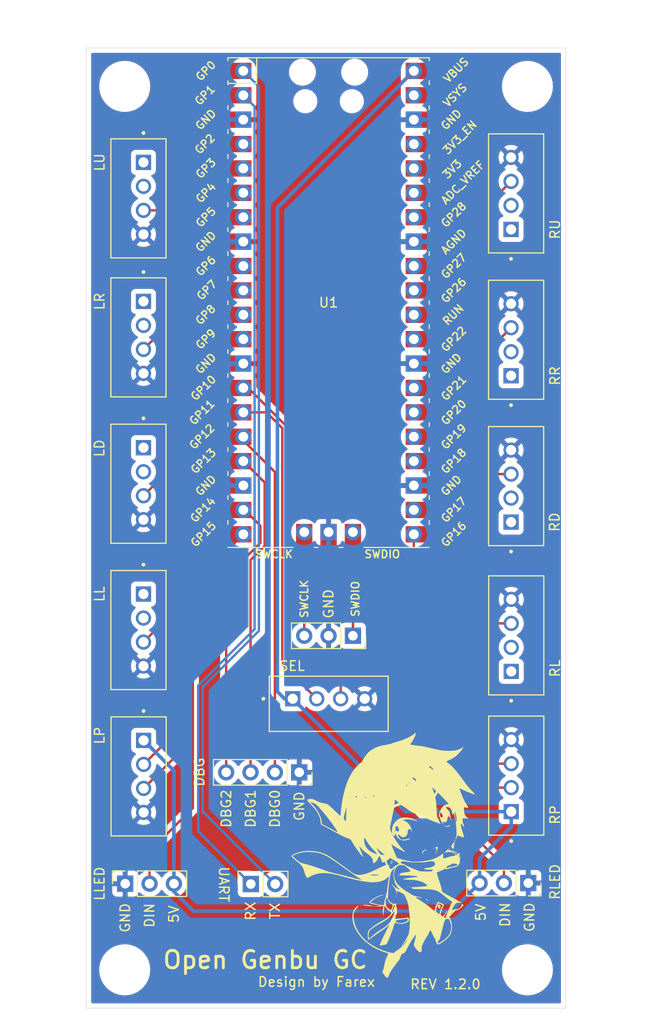
<source format=kicad_pcb>
(kicad_pcb (version 20211014) (generator pcbnew)
  (layers (0 "F.Cu" signal) (31 "B.Cu" signal) (34 "B.Paste" user) (35 "F.Paste" user) (36 "B.SilkS" user "B.Silkscreen") (37 "F.SilkS" user "F.Silkscreen") (38 "B.Mask" user) (39 "F.Mask" user) (44 "Edge.Cuts" user))
  (net 0 "")
  (net 1 "/BOOSTER_L_U")
  (net 2 "GND")
  (net 3 "/BOOSTER_L_R")
  (net 4 "/BOOSTER_L_D")
  (net 5 "/BOOSTER_L_L")
  (net 6 "+5V")
  (net 7 "/BOOSTER_L_LED")
  (net 8 "/BOOSTER_L_PRESS")
  (net 9 "/BOOSTER_R_U")
  (net 10 "/BOOSTER_R_R")
  (net 11 "/BOOSTER_R_D")
  (net 12 "/BOOSTER_R_L")
  (net 13 "/BOOSTER_R_LED")
  (net 14 "/BOOSTER_R_PRESS")
  (net 15 "/START_LED")
  (net 16 "/START")
  (net 17 "/SWDIO")
  (net 18 "/SWCLK")
  (net 19 "/BOOSTER_R_DIN")
  (net 27 "/BOOSTER_L_DIN")
  (net 28 "/DBG_2")
  (net 29 "/DBG_1")
  (net 30 "/DBG_0")
  (net 33 "/UART_RX")
  (net 34 "/UART_TX")
  (footprint "B4B-XH-A(LF)(SN):JST_B4B-XH-A(LF)(SN)" (layer "F.Cu") (at 155.956 41.91 -90)
    (fp_text reference "J1" hide)
    (fp_text value "B4B-XH-A_LF__SN_")
    (pad "1" thru_hole rect locked (at 0 0 270) (size 1.59 1.59) (drill 1.06) (layers *.Cu *.Mask))
    (pad "2" thru_hole circle locked (at 2.5 0 270) (size 1.59 1.59) (drill 1.06) (layers *.Cu *.Mask))
    (pad "3" thru_hole circle locked (at 5 0 270) (size 1.59 1.59) (drill 1.06) (layers *.Cu *.Mask) (net 1 "/BOOSTER_L_U"))
    (pad "4" thru_hole circle locked (at 7.5 0 270) (size 1.59 1.59) (drill 1.06) (layers *.Cu *.Mask) (net 2 "GND"))
  )
  (footprint "B4B-XH-A(LF)(SN):JST_B4B-XH-A(LF)(SN)" (layer "F.Cu") (at 155.956 56.388 -90)
    (fp_text reference "J2" hide)
    (fp_text value "B4B-XH-A_LF__SN_")
    (pad "1" thru_hole rect locked (at 0 0 270) (size 1.59 1.59) (drill 1.06) (layers *.Cu *.Mask))
    (pad "2" thru_hole circle locked (at 2.5 0 270) (size 1.59 1.59) (drill 1.06) (layers *.Cu *.Mask))
    (pad "3" thru_hole circle locked (at 5 0 270) (size 1.59 1.59) (drill 1.06) (layers *.Cu *.Mask) (net 3 "/BOOSTER_L_R"))
    (pad "4" thru_hole circle locked (at 7.5 0 270) (size 1.59 1.59) (drill 1.06) (layers *.Cu *.Mask) (net 2 "GND"))
  )
  (footprint "B4B-XH-A(LF)(SN):JST_B4B-XH-A(LF)(SN)" (layer "F.Cu") (at 155.956 71.628 -90)
    (fp_text reference "J3" hide)
    (fp_text value "B4B-XH-A_LF__SN_")
    (pad "1" thru_hole rect locked (at 0 0 270) (size 1.59 1.59) (drill 1.06) (layers *.Cu *.Mask))
    (pad "2" thru_hole circle locked (at 2.5 0 270) (size 1.59 1.59) (drill 1.06) (layers *.Cu *.Mask))
    (pad "3" thru_hole circle locked (at 5 0 270) (size 1.59 1.59) (drill 1.06) (layers *.Cu *.Mask) (net 4 "/BOOSTER_L_D"))
    (pad "4" thru_hole circle locked (at 7.5 0 270) (size 1.59 1.59) (drill 1.06) (layers *.Cu *.Mask) (net 2 "GND"))
  )
  (footprint "B4B-XH-A(LF)(SN):JST_B4B-XH-A(LF)(SN)" (layer "F.Cu") (at 155.956 86.868 -90)
    (fp_text reference "J4" hide)
    (fp_text value "B4B-XH-A_LF__SN_")
    (pad "1" thru_hole rect locked (at 0 0 270) (size 1.59 1.59) (drill 1.06) (layers *.Cu *.Mask))
    (pad "2" thru_hole circle locked (at 2.5 0 270) (size 1.59 1.59) (drill 1.06) (layers *.Cu *.Mask))
    (pad "3" thru_hole circle locked (at 5 0 270) (size 1.59 1.59) (drill 1.06) (layers *.Cu *.Mask) (net 5 "/BOOSTER_L_L"))
    (pad "4" thru_hole circle locked (at 7.5 0 270) (size 1.59 1.59) (drill 1.06) (layers *.Cu *.Mask) (net 2 "GND"))
  )
  (footprint "B4B-XH-A(LF)(SN):JST_B4B-XH-A(LF)(SN)" (layer "F.Cu") (at 155.973 102.108 -90)
    (fp_text reference "J5" hide)
    (fp_text value "B4B-XH-A_LF__SN_")
    (pad "1" thru_hole rect locked (at 0 0 270) (size 1.59 1.59) (drill 1.06) (layers *.Cu *.Mask) (net 6 "+5V"))
    (pad "2" thru_hole circle locked (at 2.5 0 270) (size 1.59 1.59) (drill 1.06) (layers *.Cu *.Mask) (net 7 "/BOOSTER_L_LED"))
    (pad "3" thru_hole circle locked (at 5 0 270) (size 1.59 1.59) (drill 1.06) (layers *.Cu *.Mask) (net 8 "/BOOSTER_L_PRESS"))
    (pad "4" thru_hole circle locked (at 7.5 0 270) (size 1.59 1.59) (drill 1.06) (layers *.Cu *.Mask) (net 2 "GND"))
  )
  (footprint "B4B-XH-A(LF)(SN):JST_B4B-XH-A(LF)(SN)" (layer "F.Cu") (at 194.293 48.895 90)
    (fp_text reference "J6" hide)
    (fp_text value "B4B-XH-A_LF__SN_")
    (pad "1" thru_hole rect locked (at 0 0 90) (size 1.59 1.59) (drill 1.06) (layers *.Cu *.Mask))
    (pad "2" thru_hole circle locked (at 2.5 0 90) (size 1.59 1.59) (drill 1.06) (layers *.Cu *.Mask))
    (pad "3" thru_hole circle locked (at 5 0 90) (size 1.59 1.59) (drill 1.06) (layers *.Cu *.Mask) (net 9 "/BOOSTER_R_U"))
    (pad "4" thru_hole circle locked (at 7.5 0 90) (size 1.59 1.59) (drill 1.06) (layers *.Cu *.Mask) (net 2 "GND"))
  )
  (footprint "B4B-XH-A(LF)(SN):JST_B4B-XH-A(LF)(SN)" (layer "F.Cu") (at 194.293 64.135 90)
    (fp_text reference "J7" hide)
    (fp_text value "B4B-XH-A_LF__SN_")
    (pad "1" thru_hole rect locked (at 0 0 90) (size 1.59 1.59) (drill 1.06) (layers *.Cu *.Mask))
    (pad "2" thru_hole circle locked (at 2.5 0 90) (size 1.59 1.59) (drill 1.06) (layers *.Cu *.Mask))
    (pad "3" thru_hole circle locked (at 5 0 90) (size 1.59 1.59) (drill 1.06) (layers *.Cu *.Mask) (net 10 "/BOOSTER_R_R"))
    (pad "4" thru_hole circle locked (at 7.5 0 90) (size 1.59 1.59) (drill 1.06) (layers *.Cu *.Mask) (net 2 "GND"))
  )
  (footprint "B4B-XH-A(LF)(SN):JST_B4B-XH-A(LF)(SN)" (layer "F.Cu") (at 194.293 79.375 90)
    (fp_text reference "J8" hide)
    (fp_text value "B4B-XH-A_LF__SN_")
    (pad "1" thru_hole rect locked (at 0 0 90) (size 1.59 1.59) (drill 1.06) (layers *.Cu *.Mask))
    (pad "2" thru_hole circle locked (at 2.5 0 90) (size 1.59 1.59) (drill 1.06) (layers *.Cu *.Mask))
    (pad "3" thru_hole circle locked (at 5 0 90) (size 1.59 1.59) (drill 1.06) (layers *.Cu *.Mask) (net 11 "/BOOSTER_R_D"))
    (pad "4" thru_hole circle locked (at 7.5 0 90) (size 1.59 1.59) (drill 1.06) (layers *.Cu *.Mask) (net 2 "GND"))
  )
  (footprint "B4B-XH-A(LF)(SN):JST_B4B-XH-A(LF)(SN)" (layer "F.Cu") (at 194.31 94.9225 90)
    (fp_text reference "J9" hide)
    (fp_text value "B4B-XH-A_LF__SN_")
    (pad "1" thru_hole rect locked (at 0 0 90) (size 1.59 1.59) (drill 1.06) (layers *.Cu *.Mask))
    (pad "2" thru_hole circle locked (at 2.5 0 90) (size 1.59 1.59) (drill 1.06) (layers *.Cu *.Mask))
    (pad "3" thru_hole circle locked (at 5 0 90) (size 1.59 1.59) (drill 1.06) (layers *.Cu *.Mask) (net 12 "/BOOSTER_R_L"))
    (pad "4" thru_hole circle locked (at 7.5 0 90) (size 1.59 1.59) (drill 1.06) (layers *.Cu *.Mask) (net 2 "GND"))
  )
  (footprint "B4B-XH-A(LF)(SN):JST_B4B-XH-A(LF)(SN)" (layer "F.Cu") (at 194.31 109.5275 90)
    (fp_text reference "J10" hide)
    (fp_text value "B4B-XH-A_LF__SN_")
    (pad "1" thru_hole rect locked (at 0 0 90) (size 1.59 1.59) (drill 1.06) (layers *.Cu *.Mask) (net 6 "+5V"))
    (pad "2" thru_hole circle locked (at 2.5 0 90) (size 1.59 1.59) (drill 1.06) (layers *.Cu *.Mask) (net 13 "/BOOSTER_R_LED"))
    (pad "3" thru_hole circle locked (at 5 0 90) (size 1.59 1.59) (drill 1.06) (layers *.Cu *.Mask) (net 14 "/BOOSTER_R_PRESS"))
    (pad "4" thru_hole circle locked (at 7.5 0 90) (size 1.59 1.59) (drill 1.06) (layers *.Cu *.Mask) (net 2 "GND"))
  )
  (footprint "B4B-XH-A(LF)(SN):JST_B4B-XH-A(LF)(SN)" (layer "F.Cu") (at 171.5235 97.773)
    (fp_text reference "J11" hide)
    (fp_text value "B4B-XH-A_LF__SN_")
    (pad "1" thru_hole rect locked (at 0 0) (size 1.59 1.59) (drill 1.06) (layers *.Cu *.Mask) (net 6 "+5V"))
    (pad "2" thru_hole circle locked (at 2.5 0) (size 1.59 1.59) (drill 1.06) (layers *.Cu *.Mask) (net 15 "/START_LED"))
    (pad "3" thru_hole circle locked (at 5 0) (size 1.59 1.59) (drill 1.06) (layers *.Cu *.Mask) (net 16 "/START"))
    (pad "4" thru_hole circle locked (at 7.5 0) (size 1.59 1.59) (drill 1.06) (layers *.Cu *.Mask) (net 2 "GND"))
  )
  (footprint "MCU_RaspberryPi_and_Boards:RPi_Pico_SMD_TH" (layer "F.Cu") (at 175.26 56.515)
    (fp_text reference "U1" (at 0 0) (layer "F.SilkS"))
    (fp_text value "Pico")
    (fp_text user "GP0" (at -12.8 -24.13 45) (layer "F.SilkS") (effects (font (size 0.8 0.8))))
    (fp_text user "GP11" (at -13.2 11.43 45) (layer "F.SilkS") (effects (font (size 0.8 0.8))))
    (fp_text user "GP5" (at -12.8 -8.89 45) (layer "F.SilkS") (effects (font (size 0.8 0.8))))
    (fp_text user "GP20" (at 13.054 11.43 45) (layer "F.SilkS") (effects (font (size 0.8 0.8))))
    (fp_text user "GP9" (at -12.8 3.81 45) (layer "F.SilkS") (effects (font (size 0.8 0.8))))
    (fp_text user "GP15" (at -13.054 24.13 45) (layer "F.SilkS") (effects (font (size 0.8 0.8))))
    (fp_text user "GP28" (at 13.054 -9.144 45) (layer "F.SilkS") (effects (font (size 0.8 0.8))))
    (fp_text user "GP18" (at 13.054 16.51 45) (layer "F.SilkS") (effects (font (size 0.8 0.8))))
    (fp_text user "GP16" (at 13.054 24.13 45) (layer "F.SilkS") (effects (font (size 0.8 0.8))))
    (fp_text user "GND" (at 12.8 19.05 45) (layer "F.SilkS") (effects (font (size 0.8 0.8))))
    (fp_text user "RUN" (at 13 1.27 45) (layer "F.SilkS") (effects (font (size 0.8 0.8))))
    (fp_text user "GND" (at -12.8 19.05 45) (layer "F.SilkS") (effects (font (size 0.8 0.8))))
    (fp_text user "GND" (at -12.8 -19.05 45) (layer "F.SilkS") (effects (font (size 0.8 0.8))))
    (fp_text user "GP17" (at 13.054 21.59 45) (layer "F.SilkS") (effects (font (size 0.8 0.8))))
    (fp_text user "GP2" (at -12.9 -16.51 45) (layer "F.SilkS") (effects (font (size 0.8 0.8))))
    (fp_text user "AGND" (at 13.054 -6.35 45) (layer "F.SilkS") (effects (font (size 0.8 0.8))))
    (fp_text user "3V3" (at 12.9 -13.9 45) (layer "F.SilkS") (effects (font (size 0.8 0.8))))
    (fp_text user "ADC_VREF" (at 14 -12.5 45) (layer "F.SilkS") (effects (font (size 0.8 0.8))))
    (fp_text user "GP7" (at -12.7 -1.3 45) (layer "F.SilkS") (effects (font (size 0.8 0.8))))
    (fp_text user "GP12" (at -13.2 13.97 45) (layer "F.SilkS") (effects (font (size 0.8 0.8))))
    (fp_text user "GP27" (at 13.054 -3.8 45) (layer "F.SilkS") (effects (font (size 0.8 0.8))))
    (fp_text user "3V3_EN" (at 13.7 -17.2 45) (layer "F.SilkS") (effects (font (size 0.8 0.8))))
    (fp_text user "GP26" (at 13.054 -1.27 45) (layer "F.SilkS") (effects (font (size 0.8 0.8))))
    (fp_text user "GP19" (at 13.054 13.97 45) (layer "F.SilkS") (effects (font (size 0.8 0.8))))
    (fp_text user "GP21" (at 13.054 8.9 45) (layer "F.SilkS") (effects (font (size 0.8 0.8))))
    (fp_text user "GP22" (at 13.054 3.81 45) (layer "F.SilkS") (effects (font (size 0.8 0.8))))
    (fp_text user "GP1" (at -12.9 -21.6 45) (layer "F.SilkS") (effects (font (size 0.8 0.8))))
    (fp_text user "GND" (at -12.8 6.35 45) (layer "F.SilkS") (effects (font (size 0.8 0.8))))
    (fp_text user "GP6" (at -12.8 -3.81 45) (layer "F.SilkS") (effects (font (size 0.8 0.8))))
    (fp_text user "GP13" (at -13.054 16.51 45) (layer "F.SilkS") (effects (font (size 0.8 0.8))))
    (fp_text user "GND" (at 12.8 6.35 45) (layer "F.SilkS") (effects (font (size 0.8 0.8))))
    (fp_text user "VSYS" (at 13.2 -21.59 45) (layer "F.SilkS") (effects (font (size 0.8 0.8))))
    (fp_text user "GP3" (at -12.8 -13.97 45) (layer "F.SilkS") (effects (font (size 0.8 0.8))))
    (fp_text user "GP4" (at -12.8 -11.43 45) (layer "F.SilkS") (effects (font (size 0.8 0.8))))
    (fp_text user "GND" (at -12.8 -6.35 45) (layer "F.SilkS") (effects (font (size 0.8 0.8))))
    (fp_text user "GP10" (at -13.054 8.89 45) (layer "F.SilkS") (effects (font (size 0.8 0.8))))
    (fp_text user "SWDIO" (at 5.6 26.2) (layer "F.SilkS") (effects (font (size 0.8 0.8))))
    (fp_text user "SWCLK" (at -5.7 26.2) (layer "F.SilkS") (effects (font (size 0.8 0.8))))
    (fp_text user "VBUS" (at 13.3 -24.2 45) (layer "F.SilkS") (effects (font (size 0.8 0.8))))
    (fp_text user "GND" (at 12.8 -19.05 45) (layer "F.SilkS") (effects (font (size 0.8 0.8))))
    (fp_text user "GP14" (at -13.1 21.59 45) (layer "F.SilkS") (effects (font (size 0.8 0.8))))
    (pad "" np_thru_hole oval locked (at 2.725 -24) (size 1.8 1.8) (drill 1.8) (layers *.Cu *.Mask))
    (pad "" np_thru_hole oval locked (at -2.425 -20.97) (size 1.5 1.5) (drill 1.5) (layers *.Cu *.Mask))
    (pad "" np_thru_hole oval locked (at -2.725 -24) (size 1.8 1.8) (drill 1.8) (layers *.Cu *.Mask))
    (pad "" np_thru_hole oval locked (at 2.425 -20.97) (size 1.5 1.5) (drill 1.5) (layers *.Cu *.Mask))
    (pad "1" smd rect locked (at -8.89 -24.13) (size 3.5 1.7) (drill (offset -0.9 0)) (layers "F.Cu" "F.Mask") (net 34 "/UART_TX"))
    (pad "1" thru_hole oval locked (at -8.89 -24.13) (size 1.7 1.7) (drill 1.02) (layers *.Cu *.Mask) (net 34 "/UART_TX"))
    (pad "2" smd rect locked (at -8.89 -21.59) (size 3.5 1.7) (drill (offset -0.9 0)) (layers "F.Cu" "F.Mask") (net 33 "/UART_RX"))
    (pad "2" thru_hole oval locked (at -8.89 -21.59) (size 1.7 1.7) (drill 1.02) (layers *.Cu *.Mask) (net 33 "/UART_RX"))
    (pad "3" thru_hole rect locked (at -8.89 -19.05) (size 1.7 1.7) (drill 1.02) (layers *.Cu *.Mask) (net 2 "GND"))
    (pad "3" smd rect locked (at -8.89 -19.05) (size 3.5 1.7) (drill (offset -0.9 0)) (layers "F.Cu" "F.Mask") (net 2 "GND"))
    (pad "4" smd rect locked (at -8.89 -16.51) (size 3.5 1.7) (drill (offset -0.9 0)) (layers "F.Cu" "F.Mask"))
    (pad "4" thru_hole oval locked (at -8.89 -16.51) (size 1.7 1.7) (drill 1.02) (layers *.Cu *.Mask))
    (pad "5" smd rect locked (at -8.89 -13.97) (size 3.5 1.7) (drill (offset -0.9 0)) (layers "F.Cu" "F.Mask"))
    (pad "5" thru_hole oval locked (at -8.89 -13.97) (size 1.7 1.7) (drill 1.02) (layers *.Cu *.Mask))
    (pad "6" smd rect locked (at -8.89 -11.43) (size 3.5 1.7) (drill (offset -0.9 0)) (layers "F.Cu" "F.Mask") (net 1 "/BOOSTER_L_U"))
    (pad "6" thru_hole oval locked (at -8.89 -11.43) (size 1.7 1.7) (drill 1.02) (layers *.Cu *.Mask) (net 1 "/BOOSTER_L_U"))
    (pad "7" smd rect locked (at -8.89 -8.89) (size 3.5 1.7) (drill (offset -0.9 0)) (layers "F.Cu" "F.Mask") (net 3 "/BOOSTER_L_R"))
    (pad "7" thru_hole oval locked (at -8.89 -8.89) (size 1.7 1.7) (drill 1.02) (layers *.Cu *.Mask) (net 3 "/BOOSTER_L_R"))
    (pad "8" smd rect locked (at -8.89 -6.35) (size 3.5 1.7) (drill (offset -0.9 0)) (layers "F.Cu" "F.Mask") (net 2 "GND"))
    (pad "8" thru_hole rect locked (at -8.89 -6.35) (size 1.7 1.7) (drill 1.02) (layers *.Cu *.Mask) (net 2 "GND"))
    (pad "9" smd rect locked (at -8.89 -3.81) (size 3.5 1.7) (drill (offset -0.9 0)) (layers "F.Cu" "F.Mask") (net 4 "/BOOSTER_L_D"))
    (pad "9" thru_hole oval locked (at -8.89 -3.81) (size 1.7 1.7) (drill 1.02) (layers *.Cu *.Mask) (net 4 "/BOOSTER_L_D"))
    (pad "10" thru_hole oval locked (at -8.89 -1.27) (size 1.7 1.7) (drill 1.02) (layers *.Cu *.Mask) (net 5 "/BOOSTER_L_L"))
    (pad "10" smd rect locked (at -8.89 -1.27) (size 3.5 1.7) (drill (offset -0.9 0)) (layers "F.Cu" "F.Mask") (net 5 "/BOOSTER_L_L"))
    (pad "11" thru_hole oval locked (at -8.89 1.27) (size 1.7 1.7) (drill 1.02) (layers *.Cu *.Mask) (net 7 "/BOOSTER_L_LED"))
    (pad "11" smd rect locked (at -8.89 1.27) (size 3.5 1.7) (drill (offset -0.9 0)) (layers "F.Cu" "F.Mask") (net 7 "/BOOSTER_L_LED"))
    (pad "12" smd rect locked (at -8.89 3.81) (size 3.5 1.7) (drill (offset -0.9 0)) (layers "F.Cu" "F.Mask") (net 8 "/BOOSTER_L_PRESS"))
    (pad "12" thru_hole oval locked (at -8.89 3.81) (size 1.7 1.7) (drill 1.02) (layers *.Cu *.Mask) (net 8 "/BOOSTER_L_PRESS"))
    (pad "13" thru_hole rect locked (at -8.89 6.35) (size 1.7 1.7) (drill 1.02) (layers *.Cu *.Mask) (net 2 "GND"))
    (pad "13" smd rect locked (at -8.89 6.35) (size 3.5 1.7) (drill (offset -0.9 0)) (layers "F.Cu" "F.Mask") (net 2 "GND"))
    (pad "14" smd rect locked (at -8.89 8.89) (size 3.5 1.7) (drill (offset -0.9 0)) (layers "F.Cu" "F.Mask") (net 16 "/START"))
    (pad "14" thru_hole oval locked (at -8.89 8.89) (size 1.7 1.7) (drill 1.02) (layers *.Cu *.Mask) (net 16 "/START"))
    (pad "15" thru_hole oval locked (at -8.89 11.43) (size 1.7 1.7) (drill 1.02) (layers *.Cu *.Mask) (net 15 "/START_LED"))
    (pad "15" smd rect locked (at -8.89 11.43) (size 3.5 1.7) (drill (offset -0.9 0)) (layers "F.Cu" "F.Mask") (net 15 "/START_LED"))
    (pad "16" smd rect locked (at -8.89 13.97) (size 3.5 1.7) (drill (offset -0.9 0)) (layers "F.Cu" "F.Mask") (net 30 "/DBG_0"))
    (pad "16" thru_hole oval locked (at -8.89 13.97) (size 1.7 1.7) (drill 1.02) (layers *.Cu *.Mask) (net 30 "/DBG_0"))
    (pad "17" thru_hole oval locked (at -8.89 16.51) (size 1.7 1.7) (drill 1.02) (layers *.Cu *.Mask) (net 29 "/DBG_1"))
    (pad "17" smd rect locked (at -8.89 16.51) (size 3.5 1.7) (drill (offset -0.9 0)) (layers "F.Cu" "F.Mask") (net 29 "/DBG_1"))
    (pad "18" thru_hole rect locked (at -8.89 19.05) (size 1.7 1.7) (drill 1.02) (layers *.Cu *.Mask) (net 2 "GND"))
    (pad "18" smd rect locked (at -8.89 19.05) (size 3.5 1.7) (drill (offset -0.9 0)) (layers "F.Cu" "F.Mask") (net 2 "GND"))
    (pad "19" smd rect locked (at -8.89 21.59) (size 3.5 1.7) (drill (offset -0.9 0)) (layers "F.Cu" "F.Mask") (net 28 "/DBG_2"))
    (pad "19" thru_hole oval locked (at -8.89 21.59) (size 1.7 1.7) (drill 1.02) (layers *.Cu *.Mask) (net 28 "/DBG_2"))
    (pad "20" thru_hole oval locked (at -8.89 24.13) (size 1.7 1.7) (drill 1.02) (layers *.Cu *.Mask) (net 27 "/BOOSTER_L_DIN"))
    (pad "20" smd rect locked (at -8.89 24.13) (size 3.5 1.7) (drill (offset -0.9 0)) (layers "F.Cu" "F.Mask") (net 27 "/BOOSTER_L_DIN"))
    (pad "21" smd rect locked (at 8.89 24.13) (size 3.5 1.7) (drill (offset 0.9 0)) (layers "F.Cu" "F.Mask") (net 19 "/BOOSTER_R_DIN"))
    (pad "21" thru_hole oval locked (at 8.89 24.13) (size 1.7 1.7) (drill 1.02) (layers *.Cu *.Mask) (net 19 "/BOOSTER_R_DIN"))
    (pad "22" smd rect locked (at 8.89 21.59) (size 3.5 1.7) (drill (offset 0.9 0)) (layers "F.Cu" "F.Mask") (net 13 "/BOOSTER_R_LED"))
    (pad "22" thru_hole oval locked (at 8.89 21.59) (size 1.7 1.7) (drill 1.02) (layers *.Cu *.Mask) (net 13 "/BOOSTER_R_LED"))
    (pad "23" smd rect locked (at 8.89 19.05) (size 3.5 1.7) (drill (offset 0.9 0)) (layers "F.Cu" "F.Mask") (net 2 "GND"))
    (pad "23" thru_hole rect locked (at 8.89 19.05) (size 1.7 1.7) (drill 1.02) (layers *.Cu *.Mask) (net 2 "GND"))
    (pad "24" smd rect locked (at 8.89 16.51) (size 3.5 1.7) (drill (offset 0.9 0)) (layers "F.Cu" "F.Mask") (net 14 "/BOOSTER_R_PRESS"))
    (pad "24" thru_hole oval locked (at 8.89 16.51) (size 1.7 1.7) (drill 1.02) (layers *.Cu *.Mask) (net 14 "/BOOSTER_R_PRESS"))
    (pad "25" thru_hole oval locked (at 8.89 13.97) (size 1.7 1.7) (drill 1.02) (layers *.Cu *.Mask) (net 12 "/BOOSTER_R_L"))
    (pad "25" smd rect locked (at 8.89 13.97) (size 3.5 1.7) (drill (offset 0.9 0)) (layers "F.Cu" "F.Mask") (net 12 "/BOOSTER_R_L"))
    (pad "26" thru_hole oval locked (at 8.89 11.43) (size 1.7 1.7) (drill 1.02) (layers *.Cu *.Mask) (net 11 "/BOOSTER_R_D"))
    (pad "26" smd rect locked (at 8.89 11.43) (size 3.5 1.7) (drill (offset 0.9 0)) (layers "F.Cu" "F.Mask") (net 11 "/BOOSTER_R_D"))
    (pad "27" smd rect locked (at 8.89 8.89) (size 3.5 1.7) (drill (offset 0.9 0)) (layers "F.Cu" "F.Mask") (net 10 "/BOOSTER_R_R"))
    (pad "27" thru_hole oval locked (at 8.89 8.89) (size 1.7 1.7) (drill 1.02) (layers *.Cu *.Mask) (net 10 "/BOOSTER_R_R"))
    (pad "28" smd rect locked (at 8.89 6.35) (size 3.5 1.7) (drill (offset 0.9 0)) (layers "F.Cu" "F.Mask") (net 2 "GND"))
    (pad "28" thru_hole rect locked (at 8.89 6.35) (size 1.7 1.7) (drill 1.02) (layers *.Cu *.Mask) (net 2 "GND"))
    (pad "29" thru_hole oval locked (at 8.89 3.81) (size 1.7 1.7) (drill 1.02) (layers *.Cu *.Mask) (net 9 "/BOOSTER_R_U"))
    (pad "29" smd rect locked (at 8.89 3.81) (size 3.5 1.7) (drill (offset 0.9 0)) (layers "F.Cu" "F.Mask") (net 9 "/BOOSTER_R_U"))
    (pad "30" thru_hole oval locked (at 8.89 1.27) (size 1.7 1.7) (drill 1.02) (layers *.Cu *.Mask))
    (pad "30" smd rect locked (at 8.89 1.27) (size 3.5 1.7) (drill (offset 0.9 0)) (layers "F.Cu" "F.Mask"))
    (pad "31" thru_hole oval locked (at 8.89 -1.27) (size 1.7 1.7) (drill 1.02) (layers *.Cu *.Mask))
    (pad "31" smd rect locked (at 8.89 -1.27) (size 3.5 1.7) (drill (offset 0.9 0)) (layers "F.Cu" "F.Mask"))
    (pad "32" smd rect locked (at 8.89 -3.81) (size 3.5 1.7) (drill (offset 0.9 0)) (layers "F.Cu" "F.Mask"))
    (pad "32" thru_hole oval locked (at 8.89 -3.81) (size 1.7 1.7) (drill 1.02) (layers *.Cu *.Mask))
    (pad "33" smd rect locked (at 8.89 -6.35) (size 3.5 1.7) (drill (offset 0.9 0)) (layers "F.Cu" "F.Mask") (net 2 "GND"))
    (pad "33" thru_hole rect locked (at 8.89 -6.35) (size 1.7 1.7) (drill 1.02) (layers *.Cu *.Mask) (net 2 "GND"))
    (pad "34" thru_hole oval locked (at 8.89 -8.89) (size 1.7 1.7) (drill 1.02) (layers *.Cu *.Mask))
    (pad "34" smd rect locked (at 8.89 -8.89) (size 3.5 1.7) (drill (offset 0.9 0)) (layers "F.Cu" "F.Mask"))
    (pad "35" thru_hole oval locked (at 8.89 -11.43) (size 1.7 1.7) (drill 1.02) (layers *.Cu *.Mask))
    (pad "35" smd rect locked (at 8.89 -11.43) (size 3.5 1.7) (drill (offset 0.9 0)) (layers "F.Cu" "F.Mask"))
    (pad "36" thru_hole oval locked (at 8.89 -13.97) (size 1.7 1.7) (drill 1.02) (layers *.Cu *.Mask))
    (pad "36" smd rect locked (at 8.89 -13.97) (size 3.5 1.7) (drill (offset 0.9 0)) (layers "F.Cu" "F.Mask"))
    (pad "37" thru_hole oval locked (at 8.89 -16.51) (size 1.7 1.7) (drill 1.02) (layers *.Cu *.Mask))
    (pad "37" smd rect locked (at 8.89 -16.51) (size 3.5 1.7) (drill (offset 0.9 0)) (layers "F.Cu" "F.Mask"))
    (pad "38" smd rect locked (at 8.89 -19.05) (size 3.5 1.7) (drill (offset 0.9 0)) (layers "F.Cu" "F.Mask") (net 2 "GND"))
    (pad "38" thru_hole rect locked (at 8.89 -19.05) (size 1.7 1.7) (drill 1.02) (layers *.Cu *.Mask) (net 2 "GND"))
    (pad "39" smd rect locked (at 8.89 -21.59) (size 3.5 1.7) (drill (offset 0.9 0)) (layers "F.Cu" "F.Mask"))
    (pad "39" thru_hole oval locked (at 8.89 -21.59) (size 1.7 1.7) (drill 1.02) (layers *.Cu *.Mask))
    (pad "40" smd rect locked (at 8.89 -24.13) (size 3.5 1.7) (drill (offset 0.9 0)) (layers "F.Cu" "F.Mask") (net 6 "+5V"))
    (pad "40" thru_hole oval locked (at 8.89 -24.13) (size 1.7 1.7) (drill 1.02) (layers *.Cu *.Mask) (net 6 "+5V"))
    (pad "41" thru_hole oval locked (at -2.54 23.9) (size 1.7 1.7) (drill 1.02) (layers *.Cu *.Mask) (net 18 "/SWCLK"))
    (pad "41" smd rect locked (at -2.54 23.9 90) (size 3.5 1.7) (drill (offset -0.9 0)) (layers "F.Cu" "F.Mask") (net 18 "/SWCLK"))
    (pad "42" smd rect locked (at 0 23.9 90) (size 3.5 1.7) (drill (offset -0.9 0)) (layers "F.Cu" "F.Mask") (net 2 "GND"))
    (pad "42" thru_hole rect locked (at 0 23.9) (size 1.7 1.7) (drill 1.02) (layers *.Cu *.Mask) (net 2 "GND"))
    (pad "43" smd rect locked (at 2.54 23.9 90) (size 3.5 1.7) (drill (offset -0.9 0)) (layers "F.Cu" "F.Mask") (net 17 "/SWDIO"))
    (pad "43" thru_hole oval locked (at 2.54 23.9) (size 1.7 1.7) (drill 1.02) (layers *.Cu *.Mask) (net 17 "/SWDIO"))
  )
  (footprint "Connector_PinSocket_2.54mm:PinSocket_1x03_P2.54mm_Vertical" (layer "F.Cu") (at 196.088 116.967 -90)
    (fp_text reference "J12" hide)
    (fp_text value "Conn_01x03")
    (pad "1" thru_hole rect (at 0 0 270) (size 1.7 1.7) (drill 1) (layers *.Cu *.Mask) (net 2 "GND"))
    (pad "2" thru_hole oval (at 0 2.54 270) (size 1.7 1.7) (drill 1) (layers *.Cu *.Mask) (net 19 "/BOOSTER_R_DIN"))
    (pad "3" thru_hole oval (at 0 5.08 270) (size 1.7 1.7) (drill 1) (layers *.Cu *.Mask) (net 6 "+5V"))
  )
  (footprint "Connector_PinSocket_2.54mm:PinSocket_1x03_P2.54mm_Vertical" (layer "F.Cu") (at 154.051 117.0305 90)
    (fp_text reference "J13" hide)
    (fp_text value "Conn_01x03")
    (pad "1" thru_hole rect (at 0 0 90) (size 1.7 1.7) (drill 1) (layers *.Cu *.Mask) (net 2 "GND"))
    (pad "2" thru_hole oval (at 0 2.54 90) (size 1.7 1.7) (drill 1) (layers *.Cu *.Mask) (net 27 "/BOOSTER_L_DIN"))
    (pad "3" thru_hole oval (at 0 5.08 90) (size 1.7 1.7) (drill 1) (layers *.Cu *.Mask) (net 6 "+5V"))
  )
  (footprint "Connector_PinSocket_2.54mm:PinSocket_1x02_P2.54mm_Vertical" (layer "F.Cu") (at 167.152 117.069 90)
    (fp_text reference "J15" hide)
    (fp_text value "Conn_01x02")
    (pad "1" thru_hole rect (at 0 0 90) (size 1.7 1.7) (drill 1) (layers *.Cu *.Mask) (net 33 "/UART_RX"))
    (pad "2" thru_hole oval (at 0 2.54 90) (size 1.7 1.7) (drill 1) (layers *.Cu *.Mask) (net 34 "/UART_TX"))
  )
  (footprint "Connector_PinSocket_2.54mm:PinSocket_1x03_P2.54mm_Vertical" (layer "F.Cu") (at 177.8 91.211 -90)
    (fp_text reference "J16" hide)
    (fp_text value "Conn_01x03")
    (pad "1" thru_hole rect (at 0 0 270) (size 1.7 1.7) (drill 1) (layers *.Cu *.Mask) (net 17 "/SWDIO"))
    (pad "2" thru_hole oval (at 0 2.54 270) (size 1.7 1.7) (drill 1) (layers *.Cu *.Mask) (net 2 "GND"))
    (pad "3" thru_hole oval (at 0 5.08 270) (size 1.7 1.7) (drill 1) (layers *.Cu *.Mask) (net 18 "/SWCLK"))
  )
  (footprint "Connector_PinSocket_2.54mm:PinSocket_1x04_P2.54mm_Vertical" (layer "F.Cu") (at 172.202 105.435 -90)
    (fp_text reference "J14" hide)
    (fp_text value "Conn_01x04")
    (pad "1" thru_hole rect (at 0 0 270) (size 1.7 1.7) (drill 1) (layers *.Cu *.Mask) (net 2 "GND"))
    (pad "2" thru_hole oval (at 0 2.54 270) (size 1.7 1.7) (drill 1) (layers *.Cu *.Mask) (net 30 "/DBG_0"))
    (pad "3" thru_hole oval (at 0 5.08 270) (size 1.7 1.7) (drill 1) (layers *.Cu *.Mask) (net 29 "/DBG_1"))
    (pad "4" thru_hole oval (at 0 7.62 270) (size 1.7 1.7) (drill 1) (layers *.Cu *.Mask) (net 28 "/DBG_2"))
  )
  (footprint "MountingHole:MountingHole_4.3mm_M4_ISO7380" (layer "F.Cu") (at 154 34)
    (fp_text reference " " hide)
    (fp_text value "MountingHole_4.3mm_M4_ISO7380")
    (pad "" np_thru_hole circle locked (at 0 0) (size 4.3 4.3) (drill 4.3) (layers *.Cu *.Mask))
  )
  (footprint "MountingHole:MountingHole_4.3mm_M4_ISO7380" (layer "F.Cu") (at 154 126)
    (fp_text reference " " hide)
    (fp_text value "MountingHole_4.3mm_M4_ISO7380")
    (pad "" np_thru_hole circle locked (at 0 0) (size 4.3 4.3) (drill 4.3) (layers *.Cu *.Mask))
  )
  (footprint "pico-pcb:kaito" (layer "F.Cu") (at 180.848 113.792)
    (fp_text reference "G***" hide)
    (fp_text value "LOGO" hide)
  )
  (footprint "MountingHole:MountingHole_4.3mm_M4_ISO7380" (layer "F.Cu") (at 196 34)
    (fp_text reference " " hide)
    (fp_text value "MountingHole_4.3mm_M4_ISO7380")
    (pad "" np_thru_hole circle locked (at 0 0) (size 4.3 4.3) (drill 4.3) (layers *.Cu *.Mask))
  )
  (footprint "MountingHole:MountingHole_4.3mm_M4_ISO7380" (layer "F.Cu") (at 196 126)
    (fp_text reference " " hide)
    (fp_text value "MountingHole_4.3mm_M4_ISO7380")
    (pad "" np_thru_hole circle locked (at 0 0) (size 4.3 4.3) (drill 4.3) (layers *.Cu *.Mask))
  )
  (gr_line (start 200 30) (end 150 30) (layer "Edge.Cuts") (width 0.05))
  (gr_line (start 150 30) (end 150 130) (layer "Edge.Cuts") (width 0.05))
  (gr_line (start 200 130) (end 200 30) (layer "Edge.Cuts") (width 0.05))
  (gr_line (start 150 130) (end 200 130) (layer "Edge.Cuts") (width 0.05))
  (gr_text "Open Genbu GC" (at 168.656 124.968) (layer "F.SilkS") (effects (font (size 1.8 1.8) (thickness 0.3))))
  (gr_text "GND" (at 175.26 87.884 90) (layer "F.SilkS") (effects (font (size 1 1))))
  (gr_text "GND\n" (at 196.215 120.523 90) (layer "F.SilkS") (effects (font (size 1 1))))
  (gr_text "GND\n" (at 154.051 120.5865 90) (layer "F.SilkS") (effects (font (size 1 1))))
  (gr_text "DIN" (at 156.591 120.3325 90) (layer "F.SilkS") (effects (font (size 1 1))))
  (gr_text "5V" (at 159.131 120.2055 90) (layer "F.SilkS") (effects (font (size 1 1))))
  (gr_text "RP\n" (at 198.882 109.855 90) (layer "F.SilkS") (effects (font (size 1 1))))
  (gr_text "LU" (at 151.384 41.91 90) (layer "F.SilkS") (effects (font (size 1 1))))
  (gr_text "LL" (at 151.384 86.868 90) (layer "F.SilkS") (effects (font (size 1 1))))
  (gr_text "DBG1\n" (at 167.132 109.22 90) (layer "F.SilkS") (effects (font (size 1 1))))
  (gr_text "DBG2" (at 164.592 109.22 90) (layer "F.SilkS") (effects (font (size 1 1))))
  (gr_text "RR\n" (at 198.882 64.135 90) (layer "F.SilkS") (effects (font (size 1 1))))
  (gr_text "DBG\n" (at 161.798 105.41 90) (layer "F.SilkS") (effects (font (size 1 1))))
  (gr_text "RX" (at 167.132 119.888 90) (layer "F.SilkS") (effects (font (size 1 1))))
  (gr_text "SWCLK" (at 172.72 87.376 90) (layer "F.SilkS") (effects (font (size 0.8 0.8))))
  (gr_text "UART\n" (at 164.338 117.094 270) (layer "F.SilkS") (effects (font (size 1 1))))
  (gr_text "DBG0" (at 169.672 109.22 90) (layer "F.SilkS") (effects (font (size 1 1))))
  (gr_text "5V" (at 191.135 120.015 90) (layer "F.SilkS") (effects (font (size 1 1))))
  (gr_text "LP\n" (at 151.384 101.6 90) (layer "F.SilkS") (effects (font (size 1 1))))
  (gr_text "Design by Farex" (at 173.99 127.254) (layer "F.SilkS") (effects (font (size 1 1))))
  (gr_text "SWDIO" (at 178.054 87.376 90) (layer "F.SilkS") (effects (font (size 0.8 0.8))))
  (gr_text "RD\n\n" (at 199.644 79.375 90) (layer "F.SilkS") (effects (font (size 1 1))))
  (gr_text "GND\n" (at 172.212 108.966 90) (layer "F.SilkS") (effects (font (size 1 1))))
  (gr_text "TX" (at 169.672 119.888 90) (layer "F.SilkS") (effects (font (size 1 1))))
  (gr_text "RU" (at 198.882 48.895 90) (layer "F.SilkS") (effects (font (size 1 1))))
  (gr_text "SEL" (at 171.45 94.361) (layer "F.SilkS") (effects (font (size 1 1))))
  (gr_text "RL\n" (at 198.882 94.615 90) (layer "F.SilkS") (effects (font (size 1 1))))
  (gr_text "GP8" (at 162.433 57.785 45) (layer "F.SilkS") (effects (font (size 0.8 0.8))))
  (gr_text "LD\n" (at 151.367 71.6815 90) (layer "F.SilkS") (effects (font (size 1 1))))
  (gr_text "REV 1.2.0" (at 187.452 127.508) (layer "F.SilkS") (effects (font (size 1 1))))
  (gr_text "DIN" (at 193.675 120.269 90) (layer "F.SilkS") (effects (font (size 1 1))))
  (gr_text "LLED" (at 151.384 117.0305 90) (layer "F.SilkS") (effects (font (size 1 1))))
  (gr_text "RLED" (at 198.882 116.84 90) (layer "F.SilkS") (effects (font (size 1 1))))
  (gr_text "LR" (at 151.384 56.388 90) (layer "F.SilkS") (effects (font (size 1 1))))
  (segment (start 166.37 45.085) (end 160.782 45.085) (width 0.25) (layer "F.Cu") (net 1))
  (segment (start 160.782 45.085) (end 158.957 46.91) (width 0.25) (layer "F.Cu") (net 1))
  (segment (start 158.957 46.91) (end 155.956 46.91) (width 0.25) (layer "F.Cu") (net 1))
  (segment (start 158.242 59.102) (end 155.956 61.388) (width 0.25) (layer "F.Cu") (net 3))
  (segment (start 164.635978 47.625) (end 158.242 54.018978) (width 0.25) (layer "F.Cu") (net 3))
  (segment (start 166.37 47.625) (end 164.635978 47.625) (width 0.25) (layer "F.Cu") (net 3))
  (segment (start 158.242 54.018978) (end 158.242 59.102) (width 0.25) (layer "F.Cu") (net 3))
  (segment (start 158.708848 54.187848) (end 158.708848 73.875152) (width 0.25) (layer "F.Cu") (net 4))
  (segment (start 158.708848 73.875152) (end 155.956 76.628) (width 0.25) (layer "F.Cu") (net 4))
  (segment (start 160.191696 52.705) (end 158.708848 54.187848) (width 0.25) (layer "F.Cu") (net 4))
  (segment (start 166.37 52.705) (end 160.191696 52.705) (width 0.25) (layer "F.Cu") (net 4))
  (segment (start 159.920368 55.245) (end 159.158368 56.007) (width 0.25) (layer "F.Cu") (net 5))
  (segment (start 159.158368 88.665632) (end 155.956 91.868) (width 0.25) (layer "F.Cu") (net 5))
  (segment (start 159.158368 56.007) (end 159.158368 88.665632) (width 0.25) (layer "F.Cu") (net 5))
  (segment (start 166.37 55.245) (end 159.920368 55.245) (width 0.25) (layer "F.Cu") (net 5))
  (segment (start 184.15 32.385) (end 169.926 46.609) (width 0.375) (layer "B.Cu") (net 6))
  (segment (start 159.131 117.0305) (end 159.131 105.266) (width 0.375) (layer "B.Cu") (net 6))
  (segment (start 161.163 119.888) (end 159.131 117.856) (width 0.375) (layer "B.Cu") (net 6))
  (segment (start 191.008 116.967) (end 191.008 114.427) (width 0.375) (layer "B.Cu") (net 6))
  (segment (start 155.973 102.108) (end 157.8695 104.0045) (width 0.375) (layer "B.Cu") (net 6))
  (segment (start 169.926 46.609) (end 169.926 97.028) (width 0.375) (layer "B.Cu") (net 6))
  (segment (start 194.31 111.125) (end 194.31 109.5275) (width 0.375) (layer "B.Cu") (net 6))
  (segment (start 159.131 117.856) (end 159.131 117.0305) (width 0.375) (layer "B.Cu") (net 6))
  (segment (start 169.926 97.028) (end 170.671 97.773) (width 0.375) (layer "B.Cu") (net 6))
  (segment (start 191.008 114.427) (end 194.31 111.125) (width 0.375) (layer "B.Cu") (net 6))
  (segment (start 191.008 116.967) (end 188.087 119.888) (width 0.375) (layer "B.Cu") (net 6))
  (segment (start 170.671 97.773) (end 171.5235 97.773) (width 0.375) (layer "B.Cu") (net 6))
  (segment (start 171.5235 97.773) (end 183.278 109.5275) (width 0.375) (layer "B.Cu") (net 6))
  (segment (start 159.131 105.266) (end 157.8695 104.0045) (width 0.375) (layer "B.Cu") (net 6))
  (segment (start 183.278 109.5275) (end 194.31 109.5275) (width 0.375) (layer "B.Cu") (net 6))
  (segment (start 188.087 119.888) (end 161.163 119.888) (width 0.375) (layer "B.Cu") (net 6))
  (segment (start 160.242888 57.785) (end 159.607888 58.42) (width 0.25) (layer "F.Cu") (net 7))
  (segment (start 159.607888 100.973112) (end 155.973 104.608) (width 0.25) (layer "F.Cu") (net 7))
  (segment (start 159.607888 58.42) (end 159.607888 100.973112) (width 0.25) (layer "F.Cu") (net 7))
  (segment (start 166.37 57.785) (end 160.242888 57.785) (width 0.25) (layer "F.Cu") (net 7))
  (segment (start 160.057408 103.023592) (end 155.973 107.108) (width 0.25) (layer "F.Cu") (net 8))
  (segment (start 166.37 60.325) (end 160.274 60.325) (width 0.25) (layer "F.Cu") (net 8))
  (segment (start 160.274 60.325) (end 160.057408 60.541592) (width 0.25) (layer "F.Cu") (net 8))
  (segment (start 160.057408 60.541592) (end 160.057408 103.023592) (width 0.25) (layer "F.Cu") (net 8))
  (segment (start 184.15 60.325) (end 185.759022 60.325) (width 0.25) (layer "F.Cu") (net 9))
  (segment (start 185.759022 60.325) (end 192.030489 54.053533) (width 0.25) (layer "F.Cu") (net 9))
  (segment (start 192.030489 46.157511) (end 194.293 43.895) (width 0.25) (layer "F.Cu") (net 9))
  (segment (start 192.030489 54.053533) (end 192.030489 46.157511) (width 0.25) (layer "F.Cu") (net 9))
  (segment (start 188.023 65.405) (end 194.293 59.135) (width 0.25) (layer "F.Cu") (net 10))
  (segment (start 184.15 65.405) (end 188.023 65.405) (width 0.25) (layer "F.Cu") (net 10))
  (segment (start 184.15 67.945) (end 186.563 67.945) (width 0.25) (layer "F.Cu") (net 11))
  (segment (start 192.993 74.375) (end 194.293 74.375) (width 0.25) (layer "F.Cu") (net 11))
  (segment (start 186.563 67.945) (end 192.993 74.375) (width 0.25) (layer "F.Cu") (net 11))
  (segment (start 188.15552 87.42802) (end 188.15552 72.58552) (width 0.25) (layer "F.Cu") (net 12))
  (segment (start 188.15552 87.42802) (end 190.65 89.9225) (width 0.25) (layer "F.Cu") (net 12))
  (segment (start 190.65 89.9225) (end 194.31 89.9225) (width 0.25) (layer "F.Cu") (net 12))
  (segment (start 188.15552 72.58552) (end 186.055 70.485) (width 0.25) (layer "F.Cu") (net 12))
  (segment (start 186.055 70.485) (end 184.15 70.485) (width 0.25) (layer "F.Cu") (net 12))
  (segment (start 185.759022 78.105) (end 187.198 79.543978) (width 0.25) (layer "F.Cu") (net 13))
  (segment (start 189.8315 107.0275) (end 194.31 107.0275) (width 0.25) (layer "F.Cu") (net 13))
  (segment (start 187.198 79.543978) (end 187.198 104.394) (width 0.25) (layer "F.Cu") (net 13))
  (segment (start 187.198 104.394) (end 189.8315 107.0275) (width 0.25) (layer "F.Cu") (net 13))
  (segment (start 184.15 78.105) (end 185.759022 78.105) (width 0.25) (layer "F.Cu") (net 13))
  (segment (start 187.706 74.971978) (end 187.706 101.854) (width 0.25) (layer "F.Cu") (net 14))
  (segment (start 190.3795 104.5275) (end 194.31 104.5275) (width 0.25) (layer "F.Cu") (net 14))
  (segment (start 187.706 101.854) (end 190.3795 104.5275) (width 0.25) (layer "F.Cu") (net 14))
  (segment (start 185.759022 73.025) (end 187.706 74.971978) (width 0.25) (layer "F.Cu") (net 14))
  (segment (start 184.15 73.025) (end 185.759022 73.025) (width 0.25) (layer "F.Cu") (net 14))
  (segment (start 174.0235 97.773) (end 170.434 94.1835) (width 0.25) (layer "F.Cu") (net 15))
  (segment (start 170.434 69.596) (end 168.783 67.945) (width 0.25) (layer "F.Cu") (net 15))
  (segment (start 168.783 67.945) (end 166.37 67.945) (width 0.25) (layer "F.Cu") (net 15))
  (segment (start 170.434 94.1835) (end 170.434 69.596) (width 0.25) (layer "F.Cu") (net 15))
  (segment (start 166.37 65.405) (end 166.878718 65.405) (width 0.25) (layer "F.Cu") (net 16))
  (segment (start 170.88352 69.409803) (end 170.88352 93.472) (width 0.25) (layer "F.Cu") (net 16))
  (segment (start 166.878718 65.405) (end 170.88352 69.409803) (width 0.25) (layer "F.Cu") (net 16))
  (segment (start 170.88352 93.472) (end 171.64552 94.234) (width 0.25) (layer "F.Cu") (net 16))
  (segment (start 174.752 94.234) (end 176.5235 96.0055) (width 0.25) (layer "F.Cu") (net 16))
  (segment (start 176.5235 96.0055) (end 176.5235 97.773) (width 0.25) (layer "F.Cu") (net 16))
  (segment (start 171.64552 94.234) (end 174.752 94.234) (width 0.25) (layer "F.Cu") (net 16))
  (segment (start 177.8 80.415) (end 177.8 91.211) (width 0.25) (layer "F.Cu") (net 17))
  (segment (start 172.72 85.598) (end 172.72 91.211) (width 0.25) (layer "F.Cu") (net 18))
  (segment (start 172.72 80.415) (end 172.72 85.598) (width 0.25) (layer "F.Cu") (net 18))
  (segment (start 190.881 112.522) (end 193.548 115.189) (width 0.25) (layer "F.Cu") (net 19))
  (segment (start 193.548 115.189) (end 193.548 116.967) (width 0.25) (layer "F.Cu") (net 19))
  (segment (start 184.15 80.645) (end 184.15 108.712) (width 0.25) (layer "F.Cu") (net 19))
  (segment (start 184.15 108.712) (end 187.96 112.522) (width 0.25) (layer "F.Cu") (net 19))
  (segment (start 187.96 112.522) (end 190.881 112.522) (width 0.25) (layer "F.Cu") (net 19))
  (segment (start 156.591 113.665) (end 161.10452 109.15148) (width 0.25) (layer "F.Cu") (net 27))
  (segment (start 161.10452 109.15148) (end 161.10452 85.91048) (width 0.25) (layer "F.Cu") (net 27))
  (segment (start 161.10452 85.91048) (end 166.37 80.645) (width 0.25) (layer "F.Cu") (net 27))
  (segment (start 156.591 117.0305) (end 156.591 113.665) (width 0.25) (layer "F.Cu") (net 27))
  (segment (start 168.148 81.534) (end 164.582 85.1) (width 0.25) (layer "F.Cu") (net 28))
  (segment (start 168.148 79.756) (end 168.148 81.534) (width 0.25) (layer "F.Cu") (net 28))
  (segment (start 166.497 78.105) (end 168.148 79.756) (width 0.25) (layer "F.Cu") (net 28))
  (segment (start 166.37 78.105) (end 166.497 78.105) (width 0.25) (layer "F.Cu") (net 28))
  (segment (start 164.582 85.1) (end 164.582 105.435) (width 0.25) (layer "F.Cu") (net 28))
  (segment (start 167.122 83.322) (end 167.122 105.435) (width 0.25) (layer "F.Cu") (net 29))
  (segment (start 166.37 73.025) (end 168.59752 75.25252) (width 0.25) (layer "F.Cu") (net 29))
  (segment (start 168.59752 81.84648) (end 167.122 83.322) (width 0.25) (layer "F.Cu") (net 29))
  (segment (start 168.59752 75.25252) (end 168.59752 81.84648) (width 0.25) (layer "F.Cu") (net 29))
  (segment (start 166.37 70.485) (end 166.37 70.866) (width 0.25) (layer "F.Cu") (net 30))
  (segment (start 165.167919 71.12) (end 166.37 71.12) (width 0.25) (layer "F.Cu") (net 30))
  (segment (start 169.662 74.158) (end 169.662 105.435) (width 0.25) (layer "F.Cu") (net 30))
  (segment (start 166.37 70.866) (end 169.662 74.158) (width 0.25) (layer "F.Cu") (net 30))
  (segment (start 164.824998 71.12) (end 165.167919 71.12) (width 0.25) (layer "F.Cu") (net 30))
  (segment (start 166.37 71.12) (end 164.760978 71.12) (width 0.25) (layer "F.Cu") (net 30))
  (segment (start 167.544511 36.099511) (end 167.544511 90.519488) (width 0.25) (layer "B.Cu") (net 33))
  (segment (start 166.37 34.925) (end 167.544511 36.099511) (width 0.25) (layer "B.Cu") (net 33))
  (segment (start 167.544511 90.519488) (end 161.666339 96.397661) (width 0.25) (layer "B.Cu") (net 33))
  (segment (start 161.666339 96.397661) (end 161.666339 111.583339) (width 0.25) (layer "B.Cu") (net 33))
  (segment (start 161.666339 111.583339) (end 167.152 117.069) (width 0.25) (layer "B.Cu") (net 33))
  (segment (start 166.37 32.385) (end 167.994031 34.009031) (width 0.25) (layer "B.Cu") (net 34))
  (segment (start 167.994031 34.009031) (end 167.994031 90.705686) (width 0.25) (layer "B.Cu") (net 34))
  (segment (start 162.115859 96.583859) (end 162.115859 109.492859) (width 0.25) (layer "B.Cu") (net 34))
  (segment (start 167.994031 90.705686) (end 162.115859 96.583859) (width 0.25) (layer "B.Cu") (net 34))
  (segment (start 162.115859 109.492859) (end 169.692 117.069) (width 0.25) (layer "B.Cu") (net 34))
  (zone (net 2) (net_name "GND") (layer "F.Cu") (connect_pads (clearance 0.508)) (min_thickness 0.254) (fill yes (thermal_gap 0.508) (thermal_bridge_width 0.508))
    (polygon (pts (xy 200 30) (xy 150 30) (xy 150 130) (xy 200 130)))
  )
  (zone (net 2) (net_name "GND") (layer "B.Cu") (connect_pads (clearance 0.508)) (min_thickness 0.254) (fill yes (thermal_gap 0.508) (thermal_bridge_width 0.508))
    (polygon (pts (xy 200.025 29.845) (xy 149.86 29.845) (xy 149.86 130.175) (xy 200.025 130.175)))
  )
)
</source>
